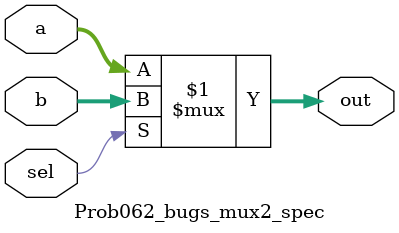
<source format=v>
module Prob062_bugs_mux2_spec(input [0:0] sel, input [7:0] a, input [7:0] b, output [7:0] out);
    assign out = (sel ? b : a);
endmodule

</source>
